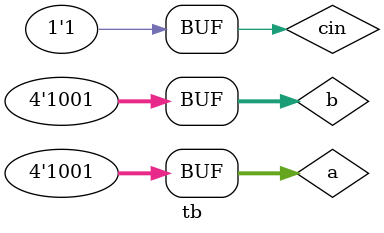
<source format=v>
module tb;
  /*
  reg a,b,cin;
  wire s,cout;
  
 
  fulladder t(a,b,cin,s,cout);
  */
  
  reg [3:0]a;
  reg [3:0]b;
  reg cin;
  wire [3:0]r;
  wire cout;
  
 
  addersub t(a,b,cin,r,cout);
  
  initial begin
    $dumpfile("dump.vcd");
    $dumpvars(0,tb);
  end
  initial begin
    
  /*  
    a=0;b=1;cin=0;#10;
    a=1;b=0;cin=1;#10;
    a=1;b=1;cin=0;#10;
    a=0;b=1;cin=1;#10;
    
 */   
	a=4'b1001;b=4'b1100;cin=0;#10;
    a=4'b1000;b=4'b0011;cin=1;#10;
    a=4'b1001;b=4'b1000;cin=0;#10;
    a=4'b1001;b=4'b1001;cin=1;#10;
   
    
  end
endmodule

</source>
